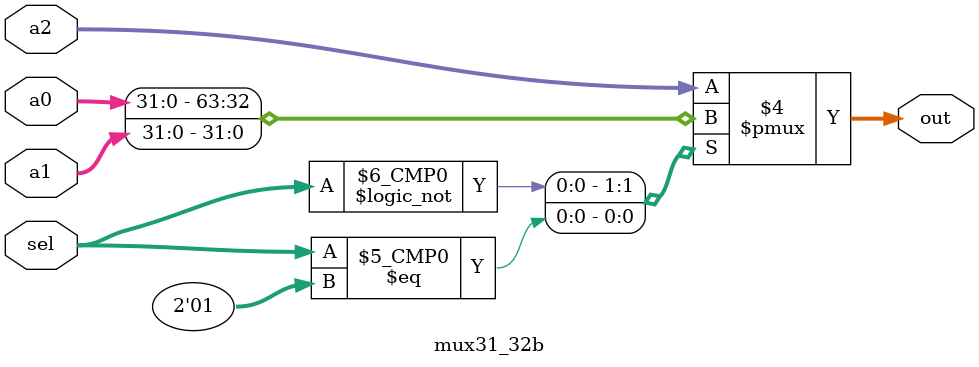
<source format=v>
/*
/////////////////////////////////////////////
//// COA LAB Assignment 6                ////
//// Group Number 23                     ////
//// Ashwani Kumar Kamal (20CS10011)     ////
//// Astitva (20CS30007)                 ////
/////////////////////////////////////////////
*/

`timescale 1ns / 1ps

// A 3x1 mux with 32-bit output
module mux31_32b (
    input [31:0] a0, 
    input [31:0] a1, 
    input [31:0] a2, 
    input [1:0] sel, 
    output reg [31:0] out
);

    always @(*) begin
        case (sel)
            2'b00 : out = a0;
            2'b01 : out = a1;
            2'b10 : out = a2;
            default : out = a2;
        endcase
    end
    
endmodule

</source>
